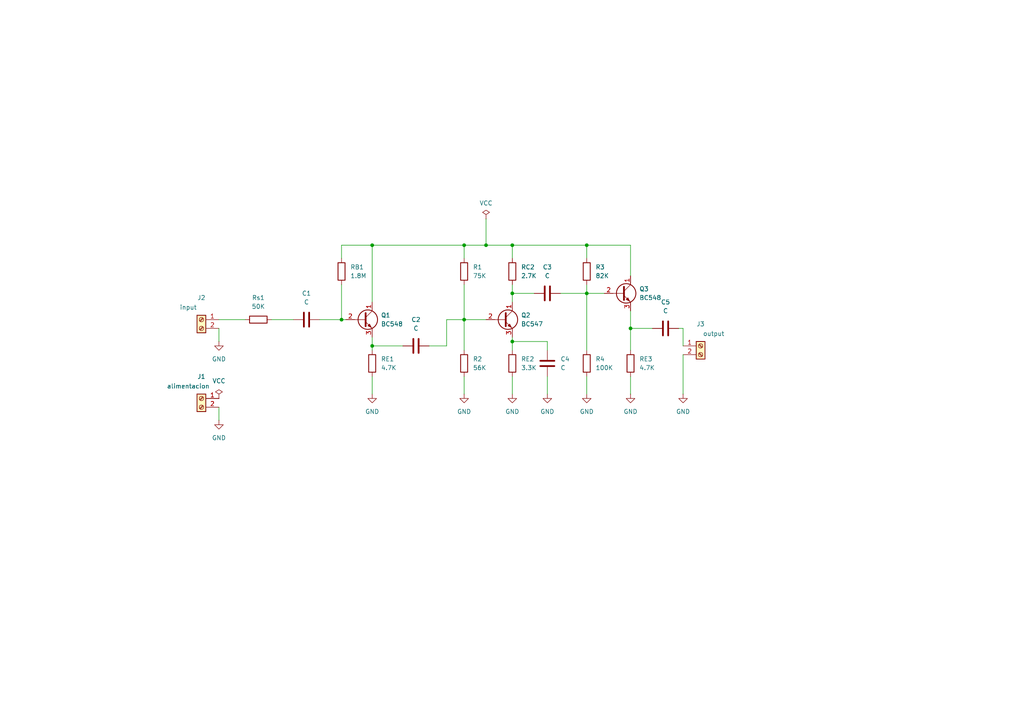
<source format=kicad_sch>
(kicad_sch (version 20250114) (generator "eeschema") (generator_version "9.0")
  (paper "A4")
  (lib_symbols
    (symbol "Connector:Screw_Terminal_01x02" (pin_names (offset 1.016) (hide yes))
      (property "Reference" "J" (at 0 2.54 0))
      (property "Value" "Screw_Terminal_01x02" (at 0 -5.08 0))
      (symbol "Screw_Terminal_01x02_1_1"
        (rectangle (start -1.27 1.27) (end 1.27 -3.81) (stroke (width 0.254)) (fill (type background)))
        (polyline (pts (xy -0.5334 0.3302) (xy 0.3302 -0.508)) (stroke (width 0.1524)))
        (polyline (pts (xy -0.5334 -2.2098) (xy 0.3302 -3.048)) (stroke (width 0.1524)))
        (polyline (pts (xy -0.3556 0.508) (xy 0.508 -0.3302)) (stroke (width 0.1524)))
        (polyline (pts (xy -0.3556 -2.032) (xy 0.508 -2.8702)) (stroke (width 0.1524)))
        (circle (center 0 0) (radius 0.635) (stroke (width 0.1524)))
        (circle (center 0 -2.54) (radius 0.635) (stroke (width 0.1524)))
        (pin passive line (at -5.08 0 0) (length 3.81) (name "Pin_1") (number "1"))
        (pin passive line (at -5.08 -2.54 0) (length 3.81) (name "Pin_2") (number "2"))
      )
    )
    (symbol "Device:C" (pin_numbers (hide yes)) (pin_names (offset 0.254))
      (property "Reference" "C" (at 0.635 2.54 0))
      (property "Value" "C" (at 0.635 -2.54 0))
      (symbol "C_0_1"
        (polyline (pts (xy -2.032 0.762) (xy 2.032 0.762)) (stroke (width 0.508)))
        (polyline (pts (xy -2.032 -0.762) (xy 2.032 -0.762)) (stroke (width 0.508)))
      )
      (symbol "C_1_1"
        (pin passive line (at 0 3.81 270) (length 2.794) (name "~") (number "1"))
        (pin passive line (at 0 -3.81 90) (length 2.794) (name "~") (number "2"))
      )
    )
    (symbol "Device:R" (pin_numbers (hide yes)) (pin_names (offset 0))
      (property "Reference" "R" (at 2.032 0 90))
      (property "Value" "R" (at 0 0 90))
      (symbol "R_0_1"
        (rectangle (start -1.016 -2.54) (end 1.016 2.54) (stroke (width 0.254)))
      )
      (symbol "R_1_1"
        (pin passive line (at 0 3.81 270) (length 1.27) (name "~") (number "1"))
        (pin passive line (at 0 -3.81 90) (length 1.27) (name "~") (number "2"))
      )
    )
    (symbol "Transistor_BJT:BC547" (pin_names (offset 0) (hide yes))
      (property "Reference" "Q" (at 5.08 1.905 0))
      (property "Value" "BC547" (at 5.08 0 0))
      (symbol "BC547_0_1"
        (polyline (pts (xy -2.54 0) (xy 0.635 0)))
        (polyline (pts (xy 0.635 1.905) (xy 0.635 -1.905)) (stroke (width 0.508)))
        (circle (center 1.27 0) (radius 2.8194) (stroke (width 0.254)))
      )
      (symbol "BC547_1_1"
        (polyline (pts (xy 0.635 0.635) (xy 2.54 2.54)))
        (polyline (pts (xy 0.635 -0.635) (xy 2.54 -2.54)))
        (polyline (pts (xy 1.27 -1.778) (xy 1.778 -1.27) (xy 2.286 -2.286) (xy 1.27 -1.778)) (fill (type outline)))
        (pin input line (at -5.08 0 0) (length 2.54) (name "B") (number "2"))
        (pin passive line (at 2.54 5.08 270) (length 2.54) (name "C") (number "1"))
        (pin passive line (at 2.54 -5.08 90) (length 2.54) (name "E") (number "3"))
      )
    )
    (symbol "Transistor_BJT:BC548" (pin_names (offset 0) (hide yes))
      (property "Reference" "Q" (at 5.08 1.905 0))
      (property "Value" "BC548" (at 5.08 0 0))
      (symbol "BC548_0_1"
        (polyline (pts (xy -2.54 0) (xy 0.635 0)))
        (polyline (pts (xy 0.635 1.905) (xy 0.635 -1.905)) (stroke (width 0.508)))
        (circle (center 1.27 0) (radius 2.8194) (stroke (width 0.254)))
      )
      (symbol "BC548_1_1"
        (polyline (pts (xy 0.635 0.635) (xy 2.54 2.54)))
        (polyline (pts (xy 0.635 -0.635) (xy 2.54 -2.54)))
        (polyline (pts (xy 1.27 -1.778) (xy 1.778 -1.27) (xy 2.286 -2.286) (xy 1.27 -1.778)) (fill (type outline)))
        (pin input line (at -5.08 0 0) (length 2.54) (name "B") (number "2"))
        (pin passive line (at 2.54 5.08 270) (length 2.54) (name "C") (number "1"))
        (pin passive line (at 2.54 -5.08 90) (length 2.54) (name "E") (number "3"))
      )
    )
    (symbol "power:GND" (power) (pin_numbers (hide yes)) (pin_names (offset 0) (hide yes))
      (property "Value" "GND" (at 0 -3.81 0))
      (symbol "GND_0_1"
        (polyline (pts (xy 0 0) (xy 0 -1.27) (xy 1.27 -1.27) (xy 0 -2.54) (xy -1.27 -1.27) (xy 0 -1.27)))
      )
      (symbol "GND_1_1"
        (pin power_in line (at 0 0 270) (length 0) (name "~") (number "1"))
      )
    )
    (symbol "power:PWR_FLAG" (power) (pin_numbers (hide yes)) (pin_names (offset 0) (hide yes))
      (property "Value" "PWR_FLAG" (at 0 3.81 0))
      (symbol "PWR_FLAG_0_0"
        (pin power_out line (at 0 0 90) (length 0) (name "~") (number "1"))
      )
      (symbol "PWR_FLAG_0_1"
        (polyline (pts (xy 0 0) (xy 0 1.27) (xy -1.016 1.905) (xy 0 2.54) (xy 1.016 1.905) (xy 0 1.27)))
      )
    )
  )
  (junction (at 170.18 85.09))
  (junction (at 140.97 71.12))
  (junction (at 134.62 92.71))
  (junction (at 107.95 71.12))
  (junction (at 182.88 95.25))
  (junction (at 99.06 92.71))
  (junction (at 107.95 100.33))
  (junction (at 148.59 71.12))
  (junction (at 134.62 71.12))
  (junction (at 170.18 71.12))
  (junction (at 148.59 99.06))
  (junction (at 148.59 85.09))
  (wire (pts (xy 170.18 109.22) (xy 170.18 114.3)))
  (wire (pts (xy 134.62 92.71) (xy 140.97 92.71)))
  (wire (pts (xy 99.06 74.93) (xy 99.06 71.12)))
  (wire (pts (xy 148.59 99.06) (xy 158.75 99.06)))
  (wire (pts (xy 134.62 82.55) (xy 134.62 92.71)))
  (wire (pts (xy 198.12 114.3) (xy 198.12 102.87)))
  (wire (pts (xy 107.95 100.33) (xy 116.84 100.33)))
  (wire (pts (xy 148.59 99.06) (xy 148.59 101.6)))
  (wire (pts (xy 170.18 71.12) (xy 170.18 74.93)))
  (wire (pts (xy 182.88 80.01) (xy 182.88 71.12)))
  (wire (pts (xy 107.95 87.63) (xy 107.95 71.12)))
  (wire (pts (xy 129.54 92.71) (xy 134.62 92.71)))
  (wire (pts (xy 148.59 71.12) (xy 170.18 71.12)))
  (wire (pts (xy 158.75 109.22) (xy 158.75 114.3)))
  (wire (pts (xy 162.56 85.09) (xy 170.18 85.09)))
  (wire (pts (xy 158.75 101.6) (xy 158.75 99.06)))
  (wire (pts (xy 148.59 109.22) (xy 148.59 114.3)))
  (wire (pts (xy 134.62 71.12) (xy 134.62 74.93)))
  (wire (pts (xy 63.5 118.11) (xy 63.5 121.92)))
  (wire (pts (xy 196.85 95.25) (xy 198.12 95.25)))
  (wire (pts (xy 129.54 100.33) (xy 129.54 92.71)))
  (wire (pts (xy 182.88 109.22) (xy 182.88 114.3)))
  (wire (pts (xy 170.18 85.09) (xy 170.18 101.6)))
  (wire (pts (xy 182.88 90.17) (xy 182.88 95.25)))
  (wire (pts (xy 170.18 82.55) (xy 170.18 85.09)))
  (wire (pts (xy 140.97 71.12) (xy 148.59 71.12)))
  (wire (pts (xy 99.06 82.55) (xy 99.06 92.71)))
  (wire (pts (xy 140.97 63.5) (xy 140.97 71.12)))
  (wire (pts (xy 148.59 85.09) (xy 154.94 85.09)))
  (wire (pts (xy 92.71 92.71) (xy 99.06 92.71)))
  (wire (pts (xy 63.5 95.25) (xy 63.5 99.06)))
  (wire (pts (xy 107.95 100.33) (xy 107.95 101.6)))
  (wire (pts (xy 99.06 71.12) (xy 107.95 71.12)))
  (wire (pts (xy 134.62 71.12) (xy 140.97 71.12)))
  (wire (pts (xy 78.74 92.71) (xy 85.09 92.71)))
  (wire (pts (xy 182.88 95.25) (xy 189.23 95.25)))
  (wire (pts (xy 124.46 100.33) (xy 129.54 100.33)))
  (wire (pts (xy 107.95 97.79) (xy 107.95 100.33)))
  (wire (pts (xy 99.06 92.71) (xy 100.33 92.71)))
  (wire (pts (xy 148.59 74.93) (xy 148.59 71.12)))
  (wire (pts (xy 134.62 109.22) (xy 134.62 114.3)))
  (wire (pts (xy 198.12 95.25) (xy 198.12 100.33)))
  (wire (pts (xy 107.95 109.22) (xy 107.95 114.3)))
  (wire (pts (xy 148.59 97.79) (xy 148.59 99.06)))
  (wire (pts (xy 148.59 82.55) (xy 148.59 85.09)))
  (wire (pts (xy 170.18 85.09) (xy 175.26 85.09)))
  (wire (pts (xy 148.59 85.09) (xy 148.59 87.63)))
  (wire (pts (xy 182.88 95.25) (xy 182.88 101.6)))
  (wire (pts (xy 170.18 71.12) (xy 182.88 71.12)))
  (wire (pts (xy 63.5 92.71) (xy 71.12 92.71)))
  (wire (pts (xy 107.95 71.12) (xy 134.62 71.12)))
  (wire (pts (xy 134.62 92.71) (xy 134.62 101.6)))
  (symbol (lib_id "Device:C") (at 120.65 100.33 90) (unit 1)
    (property "Reference" "C2" (at 120.65 92.71 90))
    (property "Value" "C" (at 120.65 95.25 90))
    (property "Footprint" "Capacitor_THT:C_Disc_D5.0mm_W2.5mm_P2.50mm" (effects (hide yes)))
    (property "Description" "Unpolarized capacitor" (effects (hide yes)))
  )
  (symbol (lib_id "Device:C") (at 88.9 92.71 90) (unit 1)
    (property "Reference" "C1" (at 88.9 85.09 90))
    (property "Value" "C" (at 88.9 87.63 90))
    (property "Footprint" "Capacitor_THT:C_Disc_D5.0mm_W2.5mm_P2.50mm" (effects (hide yes)))
    (property "Description" "Unpolarized capacitor" (effects (hide yes)))
  )
  (symbol (lib_id "Device:R") (at 148.59 105.41 0) (unit 1)
    (property "Reference" "RE2" (at 151.13 104.1399 0) (effects (justify left)))
    (property "Value" "3.3K" (at 151.13 106.6799 0) (effects (justify left)))
    (property "Footprint" "Resistor_THT:R_Axial_DIN0204_L3.6mm_D1.6mm_P7.62mm_Horizontal" (effects (hide yes)))
    (property "Description" "Resistor" (effects (hide yes)))
  )
  (symbol (lib_id "power:GND") (at 148.59 114.3 0) (unit 1)
    (property "Reference" "#PWR03" (effects (hide yes)))
    (property "Value" "GND" (at 148.59 119.38 0))
    (property "Description" "Power symbol creates a global label with name \"GND\" , ground" (effects (hide yes)))
  )
  (symbol (lib_id "Connector:Screw_Terminal_01x02") (at 58.42 115.57 0) (mirror y) (unit 1)
    (property "Reference" "J1" (at 58.42 109.22 0))
    (property "Value" "alimentacion" (at 54.61 112.014 0))
    (property "Footprint" "TerminalBlock:TerminalBlock_MaiXu_MX126-5.0-02P_1x02_P5.00mm" (effects (hide yes)))
    (property "Description" "Generic screw terminal, single row, 01x02, script generated (kicad-library-utils/schlib/autogen/connector/)" (effects (hide yes)))
  )
  (symbol (lib_id "Device:R") (at 134.62 105.41 0) (unit 1)
    (property "Reference" "R2" (at 137.16 104.1399 0) (effects (justify left)))
    (property "Value" "56K" (at 137.16 106.6799 0) (effects (justify left)))
    (property "Footprint" "Resistor_THT:R_Axial_DIN0204_L3.6mm_D1.6mm_P7.62mm_Horizontal" (effects (hide yes)))
    (property "Description" "Resistor" (effects (hide yes)))
  )
  (symbol (lib_id "Device:R") (at 107.95 105.41 0) (unit 1)
    (property "Reference" "RE1" (at 110.49 104.1399 0) (effects (justify left)))
    (property "Value" "4.7K" (at 110.49 106.6799 0) (effects (justify left)))
    (property "Footprint" "Resistor_THT:R_Axial_DIN0204_L3.6mm_D1.6mm_P7.62mm_Horizontal" (effects (hide yes)))
    (property "Description" "Resistor" (effects (hide yes)))
  )
  (symbol (lib_id "Device:R") (at 148.59 78.74 0) (unit 1)
    (property "Reference" "RC2" (at 151.13 77.4699 0) (effects (justify left)))
    (property "Value" "2.7K" (at 151.13 80.0099 0) (effects (justify left)))
    (property "Footprint" "Resistor_THT:R_Axial_DIN0204_L3.6mm_D1.6mm_P7.62mm_Horizontal" (effects (hide yes)))
    (property "Description" "Resistor" (effects (hide yes)))
  )
  (symbol (lib_id "power:PWR_FLAG") (at 140.97 63.5 0) (unit 1)
    (property "Reference" "#FLG02" (effects (hide yes)))
    (property "Value" "VCC" (at 140.97 58.928 0))
    (property "Description" "Special symbol for telling ERC where power comes from" (effects (hide yes)))
  )
  (symbol (lib_id "Device:R") (at 182.88 105.41 0) (unit 1)
    (property "Reference" "RE3" (at 185.42 104.1399 0) (effects (justify left)))
    (property "Value" "4.7K" (at 185.42 106.6799 0) (effects (justify left)))
    (property "Footprint" "Resistor_THT:R_Axial_DIN0204_L3.6mm_D1.6mm_P7.62mm_Horizontal" (effects (hide yes)))
    (property "Description" "Resistor" (effects (hide yes)))
  )
  (symbol (lib_id "Device:R") (at 134.62 78.74 0) (unit 1)
    (property "Reference" "R1" (at 137.16 77.4699 0) (effects (justify left)))
    (property "Value" "75K" (at 137.16 80.0099 0) (effects (justify left)))
    (property "Footprint" "Resistor_THT:R_Axial_DIN0204_L3.6mm_D1.6mm_P7.62mm_Horizontal" (effects (hide yes)))
    (property "Description" "Resistor" (effects (hide yes)))
  )
  (symbol (lib_id "power:GND") (at 134.62 114.3 0) (unit 1)
    (property "Reference" "#PWR02" (effects (hide yes)))
    (property "Value" "GND" (at 134.62 119.38 0))
    (property "Description" "Power symbol creates a global label with name \"GND\" , ground" (effects (hide yes)))
  )
  (symbol (lib_id "power:GND") (at 107.95 114.3 0) (unit 1)
    (property "Reference" "#PWR01" (effects (hide yes)))
    (property "Value" "GND" (at 107.95 119.38 0))
    (property "Description" "Power symbol creates a global label with name \"GND\" , ground" (effects (hide yes)))
  )
  (symbol (lib_id "Device:C") (at 158.75 105.41 0) (unit 1)
    (property "Reference" "C4" (at 162.56 104.1399 0) (effects (justify left)))
    (property "Value" "C" (at 162.56 106.6799 0) (effects (justify left)))
    (property "Footprint" "Capacitor_THT:C_Disc_D5.0mm_W2.5mm_P2.50mm" (effects (hide yes)))
    (property "Description" "Unpolarized capacitor" (effects (hide yes)))
  )
  (symbol (lib_id "power:GND") (at 158.75 114.3 0) (unit 1)
    (property "Reference" "#PWR04" (effects (hide yes)))
    (property "Value" "GND" (at 158.75 119.38 0))
    (property "Description" "Power symbol creates a global label with name \"GND\" , ground" (effects (hide yes)))
  )
  (symbol (lib_id "Transistor_BJT:BC547") (at 146.05 92.71 0) (unit 1)
    (property "Reference" "Q2" (at 151.13 91.4399 0) (effects (justify left)))
    (property "Value" "BC547" (at 151.13 93.9799 0) (effects (justify left)))
    (property "Footprint" "Package_TO_SOT_THT:TO-92_Inline" (effects (hide yes)))
    (property "Datasheet" "https://www.onsemi.com/pub/Collateral/BC550-D.pdf" (effects (hide yes)))
    (property "Description" "0.1A Ic, 45V Vce, Small Signal NPN Transistor, TO-92" (effects (hide yes)))
  )
  (symbol (lib_id "power:GND") (at 63.5 99.06 0) (unit 1)
    (property "Reference" "#PWR09" (effects (hide yes)))
    (property "Value" "GND" (at 63.5 104.14 0))
    (property "Description" "Power symbol creates a global label with name \"GND\" , ground" (effects (hide yes)))
  )
  (symbol (lib_id "Transistor_BJT:BC548") (at 105.41 92.71 0) (unit 1)
    (property "Reference" "Q1" (at 110.49 91.4399 0) (effects (justify left)))
    (property "Value" "BC548" (at 110.49 93.9799 0) (effects (justify left)))
    (property "Footprint" "Package_TO_SOT_THT:TO-92_Inline" (effects (hide yes)))
    (property "Datasheet" "https://www.onsemi.com/pub/Collateral/BC550-D.pdf" (effects (hide yes)))
    (property "Description" "0.1A Ic, 30V Vce, Small Signal NPN Transistor, TO-92" (effects (hide yes)))
  )
  (symbol (lib_id "Transistor_BJT:BC548") (at 180.34 85.09 0) (unit 1)
    (property "Reference" "Q3" (at 185.42 83.8199 0) (effects (justify left)))
    (property "Value" "BC548" (at 185.42 86.3599 0) (effects (justify left)))
    (property "Footprint" "Package_TO_SOT_THT:TO-92_Inline" (effects (hide yes)))
    (property "Datasheet" "https://www.onsemi.com/pub/Collateral/BC550-D.pdf" (effects (hide yes)))
    (property "Description" "0.1A Ic, 30V Vce, Small Signal NPN Transistor, TO-92" (effects (hide yes)))
  )
  (symbol (lib_id "Device:R") (at 74.93 92.71 90) (unit 1)
    (property "Reference" "Rs1" (at 74.93 86.36 90))
    (property "Value" "50K" (at 74.93 88.9 90))
    (property "Footprint" "Resistor_THT:R_Axial_DIN0204_L3.6mm_D1.6mm_P7.62mm_Horizontal" (effects (hide yes)))
    (property "Description" "Resistor" (effects (hide yes)))
  )
  (symbol (lib_id "Device:C") (at 158.75 85.09 90) (unit 1)
    (property "Reference" "C3" (at 158.75 77.47 90))
    (property "Value" "C" (at 158.75 80.01 90))
    (property "Footprint" "Capacitor_THT:C_Disc_D5.0mm_W2.5mm_P2.50mm" (effects (hide yes)))
    (property "Description" "Unpolarized capacitor" (effects (hide yes)))
  )
  (symbol (lib_id "Device:R") (at 99.06 78.74 0) (unit 1)
    (property "Reference" "RB1" (at 101.6 77.4699 0) (effects (justify left)))
    (property "Value" "1.8M" (at 101.6 80.0099 0) (effects (justify left)))
    (property "Footprint" "Resistor_THT:R_Axial_DIN0204_L3.6mm_D1.6mm_P7.62mm_Horizontal" (effects (hide yes)))
    (property "Description" "Resistor" (effects (hide yes)))
  )
  (symbol (lib_id "Device:R") (at 170.18 105.41 0) (unit 1)
    (property "Reference" "R4" (at 172.72 104.1399 0) (effects (justify left)))
    (property "Value" "100K" (at 172.72 106.6799 0) (effects (justify left)))
    (property "Footprint" "Resistor_THT:R_Axial_DIN0204_L3.6mm_D1.6mm_P7.62mm_Horizontal" (effects (hide yes)))
    (property "Description" "Resistor" (effects (hide yes)))
  )
  (symbol (lib_id "Device:C") (at 193.04 95.25 90) (unit 1)
    (property "Reference" "C5" (at 193.04 87.63 90))
    (property "Value" "C" (at 193.04 90.17 90))
    (property "Footprint" "Capacitor_THT:C_Disc_D5.0mm_W2.5mm_P2.50mm" (effects (hide yes)))
    (property "Description" "Unpolarized capacitor" (effects (hide yes)))
  )
  (symbol (lib_id "Device:R") (at 170.18 78.74 0) (unit 1)
    (property "Reference" "R3" (at 172.72 77.4699 0) (effects (justify left)))
    (property "Value" "82K" (at 172.72 80.0099 0) (effects (justify left)))
    (property "Footprint" "Resistor_THT:R_Axial_DIN0204_L3.6mm_D1.6mm_P7.62mm_Horizontal" (effects (hide yes)))
    (property "Description" "Resistor" (effects (hide yes)))
  )
  (symbol (lib_id "power:GND") (at 170.18 114.3 0) (unit 1)
    (property "Reference" "#PWR05" (effects (hide yes)))
    (property "Value" "GND" (at 170.18 119.38 0))
    (property "Description" "Power symbol creates a global label with name \"GND\" , ground" (effects (hide yes)))
  )
  (symbol (lib_id "power:GND") (at 63.5 121.92 0) (unit 1)
    (property "Reference" "#PWR08" (effects (hide yes)))
    (property "Value" "GND" (at 63.5 127 0))
    (property "Description" "Power symbol creates a global label with name \"GND\" , ground" (effects (hide yes)))
  )
  (symbol (lib_id "power:GND") (at 182.88 114.3 0) (unit 1)
    (property "Reference" "#PWR06" (effects (hide yes)))
    (property "Value" "GND" (at 182.88 119.38 0))
    (property "Description" "Power symbol creates a global label with name \"GND\" , ground" (effects (hide yes)))
  )
  (symbol (lib_id "power:GND") (at 198.12 114.3 0) (unit 1)
    (property "Reference" "#PWR07" (effects (hide yes)))
    (property "Value" "GND" (at 198.12 119.38 0))
    (property "Description" "Power symbol creates a global label with name \"GND\" , ground" (effects (hide yes)))
  )
  (symbol (lib_id "Connector:Screw_Terminal_01x02") (at 58.42 92.71 0) (mirror y) (unit 1)
    (property "Reference" "J2" (at 58.42 86.36 0))
    (property "Value" "input" (at 54.61 89.154 0))
    (property "Footprint" "TerminalBlock:TerminalBlock_MaiXu_MX126-5.0-02P_1x02_P5.00mm" (effects (hide yes)))
    (property "Description" "Generic screw terminal, single row, 01x02, script generated (kicad-library-utils/schlib/autogen/connector/)" (effects (hide yes)))
  )
  (symbol (lib_id "Connector:Screw_Terminal_01x02") (at 203.2 100.33 0) (unit 1)
    (property "Reference" "J3" (at 203.2 93.98 0))
    (property "Value" "output" (at 207.01 96.774 0))
    (property "Footprint" "TerminalBlock:TerminalBlock_MaiXu_MX126-5.0-02P_1x02_P5.00mm" (effects (hide yes)))
    (property "Description" "Generic screw terminal, single row, 01x02, script generated (kicad-library-utils/schlib/autogen/connector/)" (effects (hide yes)))
  )
  (symbol (lib_id "power:PWR_FLAG") (at 63.5 115.57 0) (unit 1)
    (property "Reference" "#FLG01" (effects (hide yes)))
    (property "Value" "VCC" (at 63.5 110.49 0))
    (property "Description" "Special symbol for telling ERC where power comes from" (effects (hide yes)))
  )
)
</source>
